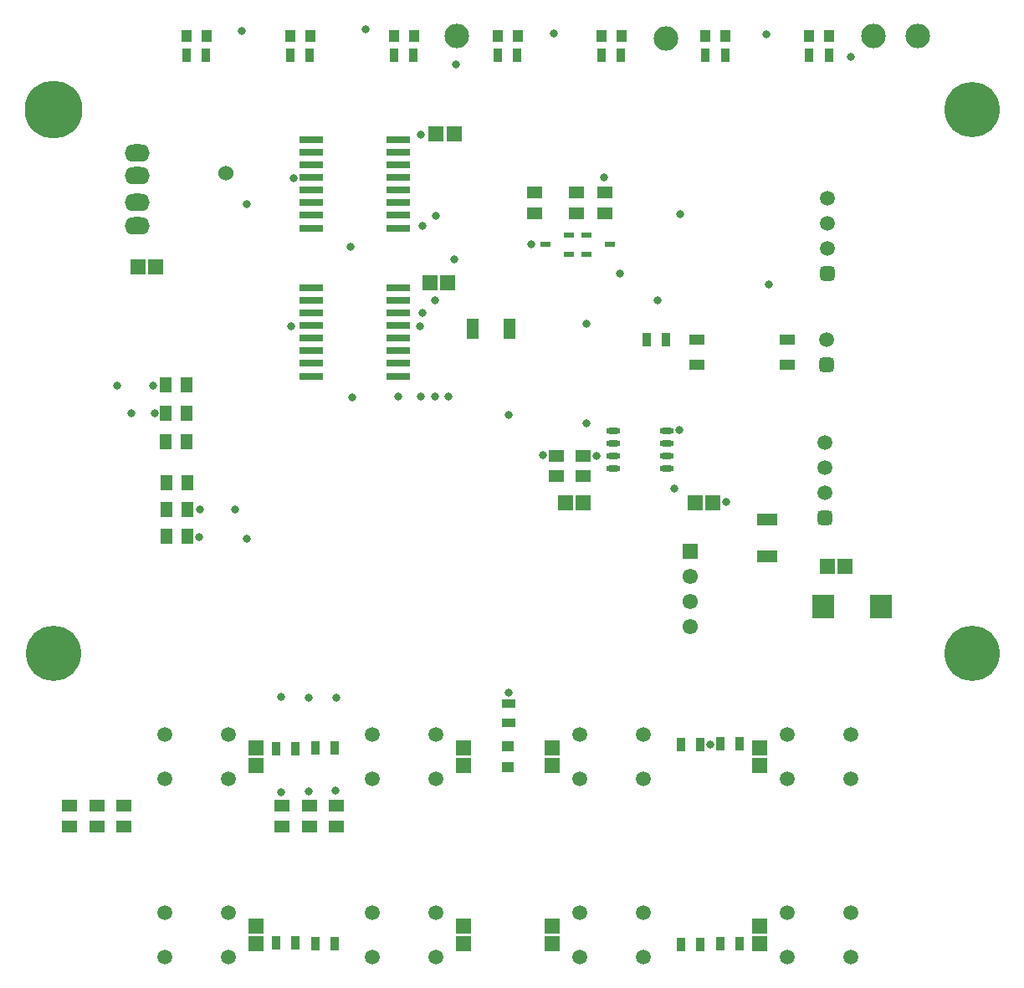
<source format=gbr>
%TF.GenerationSoftware,Altium Limited,Altium Designer,21.6.4 (81)*%
G04 Layer_Color=8388736*
%FSLAX43Y43*%
%MOMM*%
%TF.SameCoordinates,6460C9BA-4ACB-47D4-91E6-0B69D92CFE26*%
%TF.FilePolarity,Negative*%
%TF.FileFunction,Soldermask,Top*%
%TF.Part,Single*%
G01*
G75*
%TA.AperFunction,SMDPad,CuDef*%
%ADD10R,1.200X1.100*%
%ADD11R,1.508X1.207*%
%ADD12R,1.250X2.000*%
%ADD13R,2.000X1.250*%
%ADD14R,0.950X1.450*%
%ADD15R,1.600X1.000*%
%ADD16R,1.000X0.600*%
%ADD17R,1.207X1.508*%
%ADD18O,1.450X0.600*%
%ADD19R,1.556X1.505*%
%ADD20R,1.505X1.556*%
%ADD21R,1.450X0.950*%
%ADD22R,2.200X2.350*%
%ADD23R,2.400X0.800*%
%ADD24R,2.400X0.700*%
%ADD25R,1.100X1.200*%
%TA.AperFunction,ComponentPad*%
%ADD32O,2.540X1.778*%
%ADD33C,5.588*%
%ADD34C,5.842*%
%ADD35C,1.524*%
G04:AMPARAMS|DCode=36|XSize=1.5mm|YSize=1.5mm|CornerRadius=0.375mm|HoleSize=0mm|Usage=FLASHONLY|Rotation=90.000|XOffset=0mm|YOffset=0mm|HoleType=Round|Shape=RoundedRectangle|*
%AMROUNDEDRECTD36*
21,1,1.500,0.750,0,0,90.0*
21,1,0.750,1.500,0,0,90.0*
1,1,0.750,0.375,0.375*
1,1,0.750,0.375,-0.375*
1,1,0.750,-0.375,-0.375*
1,1,0.750,-0.375,0.375*
%
%ADD36ROUNDEDRECTD36*%
%ADD37C,1.500*%
%ADD38C,1.550*%
%ADD39R,1.550X1.550*%
%TA.AperFunction,ViaPad*%
%ADD40C,0.800*%
%TA.AperFunction,ComponentPad*%
%ADD43C,2.489*%
D10*
X50500Y23050D02*
D03*
Y20950D02*
D03*
D11*
X57425Y76999D02*
D03*
Y79101D02*
D03*
X58125Y50399D02*
D03*
Y52501D02*
D03*
X55375Y50399D02*
D03*
Y52501D02*
D03*
X53250Y77049D02*
D03*
Y79151D02*
D03*
X60300Y79101D02*
D03*
Y76999D02*
D03*
X11625Y17051D02*
D03*
Y14949D02*
D03*
X6175Y17051D02*
D03*
Y14949D02*
D03*
X8900Y17051D02*
D03*
Y14949D02*
D03*
X30400Y17051D02*
D03*
Y14949D02*
D03*
X33125Y17051D02*
D03*
Y14949D02*
D03*
X27650Y17051D02*
D03*
Y14949D02*
D03*
D12*
X50700Y65375D02*
D03*
X46950D02*
D03*
D13*
X76725Y46025D02*
D03*
Y42275D02*
D03*
D14*
X66475Y64250D02*
D03*
X64525D02*
D03*
X32975Y22900D02*
D03*
X31025D02*
D03*
X27025Y22875D02*
D03*
X28975D02*
D03*
X27025Y3150D02*
D03*
X28975D02*
D03*
X32975Y3100D02*
D03*
X31025D02*
D03*
X73975Y23300D02*
D03*
X72025D02*
D03*
X68025Y23250D02*
D03*
X69975D02*
D03*
X73975Y3100D02*
D03*
X72025D02*
D03*
X68025Y3050D02*
D03*
X69975D02*
D03*
X39025Y93000D02*
D03*
X40975D02*
D03*
X81025D02*
D03*
X82975D02*
D03*
X70525D02*
D03*
X72475D02*
D03*
X60025D02*
D03*
X61975D02*
D03*
X18025D02*
D03*
X19975D02*
D03*
X28525D02*
D03*
X30475D02*
D03*
X49525D02*
D03*
X51475D02*
D03*
D15*
X69650Y64265D02*
D03*
X78800Y61725D02*
D03*
X69650D02*
D03*
X78800Y64265D02*
D03*
D16*
X58450Y74800D02*
D03*
Y72900D02*
D03*
X60850Y73850D02*
D03*
X54275D02*
D03*
X56675Y74800D02*
D03*
Y72900D02*
D03*
D17*
X18101Y44300D02*
D03*
X15999D02*
D03*
X18100Y47025D02*
D03*
X15998D02*
D03*
X18076Y49725D02*
D03*
X15974D02*
D03*
X15899Y59625D02*
D03*
X18001D02*
D03*
X15849Y53925D02*
D03*
X17951D02*
D03*
X15849Y56775D02*
D03*
X17951D02*
D03*
D18*
X66600Y51230D02*
D03*
Y52500D02*
D03*
Y53770D02*
D03*
Y55040D02*
D03*
X61150Y51230D02*
D03*
Y52500D02*
D03*
Y53770D02*
D03*
Y55040D02*
D03*
D19*
X46000Y21099D02*
D03*
Y22901D02*
D03*
X25000Y4901D02*
D03*
Y3099D02*
D03*
Y21099D02*
D03*
Y22901D02*
D03*
X55000Y21099D02*
D03*
Y22901D02*
D03*
X46000Y4901D02*
D03*
Y3099D02*
D03*
X55000Y4901D02*
D03*
Y3099D02*
D03*
X76000Y21099D02*
D03*
Y22901D02*
D03*
X76000Y4901D02*
D03*
Y3099D02*
D03*
D20*
X56323Y47725D02*
D03*
X58125D02*
D03*
X71251D02*
D03*
X69449D02*
D03*
X84625Y41325D02*
D03*
X82823D02*
D03*
X13049Y71600D02*
D03*
X14851D02*
D03*
X45051Y85050D02*
D03*
X43249D02*
D03*
X44426Y70025D02*
D03*
X42624D02*
D03*
D21*
X50600Y25425D02*
D03*
Y27375D02*
D03*
D22*
X88300Y37200D02*
D03*
X82450D02*
D03*
D23*
X30600Y84495D02*
D03*
Y75505D02*
D03*
X39400D02*
D03*
Y84495D02*
D03*
X30600Y69495D02*
D03*
Y60505D02*
D03*
X39400D02*
D03*
Y69495D02*
D03*
D24*
X30600Y83175D02*
D03*
Y81905D02*
D03*
Y80635D02*
D03*
Y79365D02*
D03*
Y78095D02*
D03*
Y76825D02*
D03*
X39400D02*
D03*
Y78095D02*
D03*
Y79365D02*
D03*
Y80635D02*
D03*
Y81905D02*
D03*
Y83175D02*
D03*
X30600Y68175D02*
D03*
Y66905D02*
D03*
Y65635D02*
D03*
Y64365D02*
D03*
Y63095D02*
D03*
Y61825D02*
D03*
X39400D02*
D03*
Y63095D02*
D03*
Y64365D02*
D03*
Y65635D02*
D03*
Y66905D02*
D03*
Y68175D02*
D03*
D25*
X38950Y95000D02*
D03*
X41050D02*
D03*
X17950D02*
D03*
X20050D02*
D03*
X80950D02*
D03*
X83050D02*
D03*
X49450D02*
D03*
X51550D02*
D03*
X59950D02*
D03*
X62050D02*
D03*
X28450D02*
D03*
X30550D02*
D03*
X70450D02*
D03*
X72550D02*
D03*
D32*
X13027Y80828D02*
D03*
Y75748D02*
D03*
Y83114D02*
D03*
Y78161D02*
D03*
D33*
X97500Y87500D02*
D03*
X4500Y32500D02*
D03*
X97500D02*
D03*
D34*
X4500Y87500D02*
D03*
D35*
X22000Y81082D02*
D03*
D36*
X82775Y61705D02*
D03*
X82550Y46190D02*
D03*
X82875Y70965D02*
D03*
D37*
X82775Y64245D02*
D03*
X82550Y48730D02*
D03*
Y51270D02*
D03*
Y53810D02*
D03*
X82875Y73505D02*
D03*
Y76045D02*
D03*
Y78585D02*
D03*
X15750Y6250D02*
D03*
Y1750D02*
D03*
X22250Y6250D02*
D03*
Y1750D02*
D03*
X85250D02*
D03*
Y6250D02*
D03*
X78750Y1750D02*
D03*
Y6250D02*
D03*
X43250Y1750D02*
D03*
Y6250D02*
D03*
X36750Y1750D02*
D03*
Y6250D02*
D03*
X64250Y1750D02*
D03*
Y6250D02*
D03*
X57750Y1750D02*
D03*
Y6250D02*
D03*
X78750Y24250D02*
D03*
Y19750D02*
D03*
X85250Y24250D02*
D03*
Y19750D02*
D03*
X57750Y24250D02*
D03*
Y19750D02*
D03*
X64250Y24250D02*
D03*
Y19750D02*
D03*
X36750Y24250D02*
D03*
Y19750D02*
D03*
X43250Y24250D02*
D03*
Y19750D02*
D03*
X15750Y24250D02*
D03*
Y19750D02*
D03*
X22250Y24250D02*
D03*
Y19750D02*
D03*
D38*
X69000Y35230D02*
D03*
Y37770D02*
D03*
Y40310D02*
D03*
D39*
Y42850D02*
D03*
D40*
X24100Y77975D02*
D03*
X76950Y69800D02*
D03*
X67925Y76925D02*
D03*
X85250Y92825D02*
D03*
X76650Y95150D02*
D03*
X55150Y95200D02*
D03*
X45225Y92125D02*
D03*
X36150Y95625D02*
D03*
X23550Y95500D02*
D03*
X58425Y65850D02*
D03*
X59475Y52425D02*
D03*
X58425Y55750D02*
D03*
X50575Y56650D02*
D03*
X50550Y28500D02*
D03*
X41625Y65600D02*
D03*
X41900Y66975D02*
D03*
X61825Y70925D02*
D03*
X60250Y80650D02*
D03*
X67325Y49175D02*
D03*
X34775Y58375D02*
D03*
X34625Y73650D02*
D03*
X65625Y68200D02*
D03*
X54087Y52538D02*
D03*
X45125Y72325D02*
D03*
X52875Y73850D02*
D03*
X24100Y44125D02*
D03*
X19225Y44250D02*
D03*
X22925Y47075D02*
D03*
X19325Y47050D02*
D03*
X12400Y56750D02*
D03*
X10975Y59575D02*
D03*
X14625Y59600D02*
D03*
X14775Y56775D02*
D03*
X72600Y47800D02*
D03*
X67900Y55050D02*
D03*
X71000Y23250D02*
D03*
X43175Y68175D02*
D03*
X39400Y58500D02*
D03*
X41700D02*
D03*
X43100D02*
D03*
X44475D02*
D03*
X33100Y18575D02*
D03*
X28850Y80575D02*
D03*
X28575Y65600D02*
D03*
X33125Y28000D02*
D03*
X30375D02*
D03*
X27600Y28100D02*
D03*
X30375Y18475D02*
D03*
X27600Y18450D02*
D03*
X41675Y84950D02*
D03*
X41875Y75725D02*
D03*
X43225Y76750D02*
D03*
D43*
X66525Y94750D02*
D03*
X92000Y95000D02*
D03*
X87500D02*
D03*
X45375D02*
D03*
%TF.MD5,48ea985a9c0bbf976a1f2ce503439705*%
M02*

</source>
